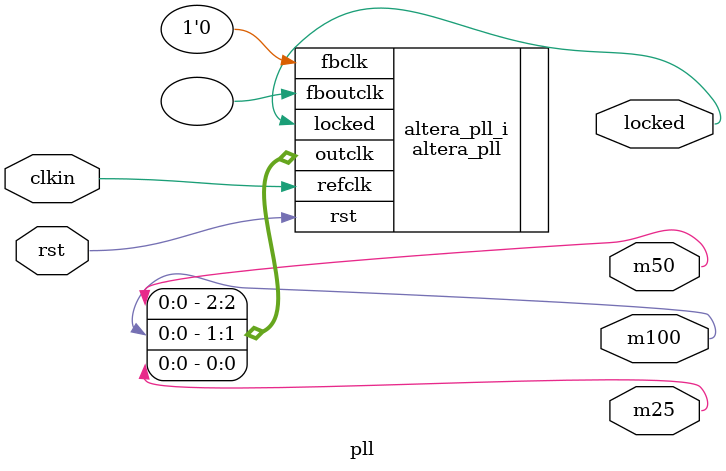
<source format=v>
`timescale 1ns/10ps
module  pll(

	input wire clkin,
	input wire rst,

	output wire m25,
	output wire m50,
	output wire m100,

	output wire locked
);

	altera_pll #(
		.fractional_vco_multiplier("false"),
		.reference_clock_frequency("50.0 MHz"),
		.operation_mode("normal"),
		.number_of_clocks(3),
		.output_clock_frequency0("25.0 MHz"),
		.phase_shift0("0 ps"),
		.duty_cycle0(50),
		.output_clock_frequency1("100.0 MHz"),
		.phase_shift1("0 ps"),
		.duty_cycle1(50),
		.output_clock_frequency2("50 MHz"),
		.phase_shift2("0 ps"),
		.duty_cycle2(50),
		.output_clock_frequency3("0 MHz"),
		.phase_shift3("0 ps"),
		.duty_cycle3(50),
		.output_clock_frequency4("0 MHz"),
		.phase_shift4("0 ps"),
		.duty_cycle4(50),
		.output_clock_frequency5("0 MHz"),
		.phase_shift5("0 ps"),
		.duty_cycle5(50),
		.output_clock_frequency6("0 MHz"),
		.phase_shift6("0 ps"),
		.duty_cycle6(50),
		.output_clock_frequency7("0 MHz"),
		.phase_shift7("0 ps"),
		.duty_cycle7(50),
		.output_clock_frequency8("0 MHz"),
		.phase_shift8("0 ps"),
		.duty_cycle8(50),
		.output_clock_frequency9("0 MHz"),
		.phase_shift9("0 ps"),
		.duty_cycle9(50),
		.output_clock_frequency10("0 MHz"),
		.phase_shift10("0 ps"),
		.duty_cycle10(50),
		.output_clock_frequency11("0 MHz"),
		.phase_shift11("0 ps"),
		.duty_cycle11(50),
		.output_clock_frequency12("0 MHz"),
		.phase_shift12("0 ps"),
		.duty_cycle12(50),
		.output_clock_frequency13("0 MHz"),
		.phase_shift13("0 ps"),
		.duty_cycle13(50),
		.output_clock_frequency14("0 MHz"),
		.phase_shift14("0 ps"),
		.duty_cycle14(50),
		.output_clock_frequency15("0 MHz"),
		.phase_shift15("0 ps"),
		.duty_cycle15(50),
		.output_clock_frequency16("0 MHz"),
		.phase_shift16("0 ps"),
		.duty_cycle16(50),
		.output_clock_frequency17("0 MHz"),
		.phase_shift17("0 ps"),
		.duty_cycle17(50),
		.pll_type("General"),
		.pll_subtype("General")
	) altera_pll_i (
		.rst	(rst),
		.outclk	({m50, m100, m25}),
		.locked	(locked),
		.fboutclk ( ),
		.fbclk	(1'b0),
		.refclk	(clkin)
	);
endmodule

</source>
